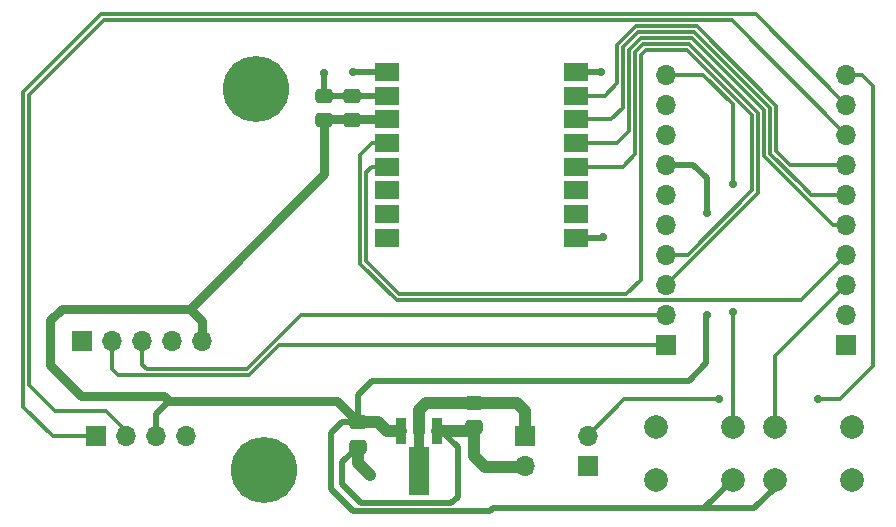
<source format=gbr>
%TF.GenerationSoftware,KiCad,Pcbnew,7.0.7*%
%TF.CreationDate,2023-09-24T09:01:41+02:00*%
%TF.ProjectId,transmitter_v0.1,7472616e-736d-4697-9474-65725f76302e,rev?*%
%TF.SameCoordinates,Original*%
%TF.FileFunction,Copper,L1,Top*%
%TF.FilePolarity,Positive*%
%FSLAX46Y46*%
G04 Gerber Fmt 4.6, Leading zero omitted, Abs format (unit mm)*
G04 Created by KiCad (PCBNEW 7.0.7) date 2023-09-24 09:01:41*
%MOMM*%
%LPD*%
G01*
G04 APERTURE LIST*
G04 Aperture macros list*
%AMRoundRect*
0 Rectangle with rounded corners*
0 $1 Rounding radius*
0 $2 $3 $4 $5 $6 $7 $8 $9 X,Y pos of 4 corners*
0 Add a 4 corners polygon primitive as box body*
4,1,4,$2,$3,$4,$5,$6,$7,$8,$9,$2,$3,0*
0 Add four circle primitives for the rounded corners*
1,1,$1+$1,$2,$3*
1,1,$1+$1,$4,$5*
1,1,$1+$1,$6,$7*
1,1,$1+$1,$8,$9*
0 Add four rect primitives between the rounded corners*
20,1,$1+$1,$2,$3,$4,$5,0*
20,1,$1+$1,$4,$5,$6,$7,0*
20,1,$1+$1,$6,$7,$8,$9,0*
20,1,$1+$1,$8,$9,$2,$3,0*%
%AMFreePoly0*
4,1,9,5.362500,-0.866500,1.237500,-0.866500,1.237500,-0.450000,-1.237500,-0.450000,-1.237500,0.450000,1.237500,0.450000,1.237500,0.866500,5.362500,0.866500,5.362500,-0.866500,5.362500,-0.866500,$1*%
G04 Aperture macros list end*
%TA.AperFunction,ComponentPad*%
%ADD10C,3.600000*%
%TD*%
%TA.AperFunction,ConnectorPad*%
%ADD11C,5.600000*%
%TD*%
%TA.AperFunction,SMDPad,CuDef*%
%ADD12RoundRect,0.250000X0.475000X-0.337500X0.475000X0.337500X-0.475000X0.337500X-0.475000X-0.337500X0*%
%TD*%
%TA.AperFunction,SMDPad,CuDef*%
%ADD13RoundRect,0.250000X-0.475000X0.337500X-0.475000X-0.337500X0.475000X-0.337500X0.475000X0.337500X0*%
%TD*%
%TA.AperFunction,ComponentPad*%
%ADD14C,2.000000*%
%TD*%
%TA.AperFunction,ComponentPad*%
%ADD15R,1.700000X1.700000*%
%TD*%
%TA.AperFunction,ComponentPad*%
%ADD16O,1.700000X1.700000*%
%TD*%
%TA.AperFunction,SMDPad,CuDef*%
%ADD17R,0.900000X2.300000*%
%TD*%
%TA.AperFunction,SMDPad,CuDef*%
%ADD18FreePoly0,270.000000*%
%TD*%
%TA.AperFunction,SMDPad,CuDef*%
%ADD19R,2.000000X1.500000*%
%TD*%
%TA.AperFunction,ViaPad*%
%ADD20C,0.800000*%
%TD*%
%TA.AperFunction,ViaPad*%
%ADD21C,0.700000*%
%TD*%
%TA.AperFunction,Conductor*%
%ADD22C,0.500000*%
%TD*%
%TA.AperFunction,Conductor*%
%ADD23C,1.000000*%
%TD*%
%TA.AperFunction,Conductor*%
%ADD24C,0.800000*%
%TD*%
%TA.AperFunction,Conductor*%
%ADD25C,0.300000*%
%TD*%
G04 APERTURE END LIST*
D10*
%TO.P,H2,1*%
%TO.N,N/C*%
X119000000Y-145000000D03*
D11*
X119000000Y-145000000D03*
%TD*%
D12*
%TO.P,C4,1*%
%TO.N,+3.3V*%
X126450000Y-115409800D03*
%TO.P,C4,2*%
%TO.N,GND*%
X126450000Y-113334800D03*
%TD*%
D13*
%TO.P,C1,1*%
%TO.N,+BATT*%
X136753600Y-139344400D03*
%TO.P,C1,2*%
%TO.N,GND*%
X136753600Y-141419400D03*
%TD*%
D14*
%TO.P,SW2,1,A*%
%TO.N,/BTN2*%
X162250000Y-141350000D03*
X168750000Y-141350000D03*
%TO.P,SW2,2,B*%
%TO.N,+3.3V*%
X162250000Y-145850000D03*
X168750000Y-145850000D03*
%TD*%
D15*
%TO.P,J1,1,Pin_1*%
%TO.N,GND*%
X168300000Y-134420000D03*
D16*
%TO.P,J1,2,Pin_2*%
%TO.N,unconnected-(J1-Pin_2-Pad2)*%
X168300000Y-131880000D03*
%TO.P,J1,3,Pin_3*%
%TO.N,/BTN2*%
X168300000Y-129340000D03*
%TO.P,J1,4,Pin_4*%
%TO.N,/RST*%
X168300000Y-126800000D03*
%TO.P,J1,5,Pin_5*%
%TO.N,/SPI_MISO*%
X168300000Y-124260000D03*
%TO.P,J1,6,Pin_6*%
%TO.N,/SPI_MOSI*%
X168300000Y-121720000D03*
%TO.P,J1,7,Pin_7*%
%TO.N,/NSS*%
X168300000Y-119180000D03*
%TO.P,J1,8,Pin_8*%
%TO.N,/I2C2_SCL*%
X168300000Y-116640000D03*
%TO.P,J1,9,Pin_9*%
%TO.N,/I2C2_SDA*%
X168300000Y-114100000D03*
%TO.P,J1,10,Pin_10*%
%TO.N,/USART1_TX_DEBUG*%
X168300000Y-111560000D03*
%TD*%
D10*
%TO.P,H1,1*%
%TO.N,N/C*%
X118300000Y-112750000D03*
D11*
X118300000Y-112750000D03*
%TD*%
D15*
%TO.P,J3,1,Pin_1*%
%TO.N,unconnected-(J3-Pin_1-Pad1)*%
X103568000Y-134136800D03*
D16*
%TO.P,J3,2,Pin_2*%
%TO.N,/USART2_RX*%
X106108000Y-134136800D03*
%TO.P,J3,3,Pin_3*%
%TO.N,/USART2_TX*%
X108648000Y-134136800D03*
%TO.P,J3,4,Pin_4*%
%TO.N,GND*%
X111188000Y-134136800D03*
%TO.P,J3,5,Pin_5*%
%TO.N,+3.3V*%
X113728000Y-134136800D03*
%TD*%
D12*
%TO.P,C3,1*%
%TO.N,+3.3V*%
X124100000Y-115422300D03*
%TO.P,C3,2*%
%TO.N,GND*%
X124100000Y-113347300D03*
%TD*%
D14*
%TO.P,SW1,1,A*%
%TO.N,/BTN1*%
X152200000Y-141350000D03*
X158700000Y-141350000D03*
%TO.P,SW1,2,B*%
%TO.N,+3.3V*%
X152200000Y-145850000D03*
X158700000Y-145850000D03*
%TD*%
D13*
%TO.P,C2,1*%
%TO.N,+3.3V*%
X126965000Y-141002500D03*
%TO.P,C2,2*%
%TO.N,GND*%
X126965000Y-143077500D03*
%TD*%
D15*
%TO.P,J6,1,Pin_1*%
%TO.N,+BATT*%
X141122400Y-142184200D03*
D16*
%TO.P,J6,2,Pin_2*%
%TO.N,GND*%
X141122400Y-144724200D03*
%TD*%
D15*
%TO.P,J4,1,Pin_1*%
%TO.N,/I2C2_SDA*%
X104760000Y-142150000D03*
D16*
%TO.P,J4,2,Pin_2*%
%TO.N,/I2C2_SCL*%
X107300000Y-142150000D03*
%TO.P,J4,3,Pin_3*%
%TO.N,+3.3V*%
X109840000Y-142150000D03*
%TO.P,J4,4,Pin_4*%
%TO.N,GND*%
X112380000Y-142150000D03*
%TD*%
D15*
%TO.P,J2,1,Pin_1*%
%TO.N,/USART2_RX*%
X153060000Y-134420000D03*
D16*
%TO.P,J2,2,Pin_2*%
%TO.N,/USART2_TX*%
X153060000Y-131880000D03*
%TO.P,J2,3,Pin_3*%
%TO.N,/SPI1_SCL*%
X153060000Y-129340000D03*
%TO.P,J2,4,Pin_4*%
%TO.N,/DIO0*%
X153060000Y-126800000D03*
%TO.P,J2,5,Pin_5*%
%TO.N,unconnected-(J2-Pin_5-Pad5)*%
X153060000Y-124260000D03*
%TO.P,J2,6,Pin_6*%
%TO.N,GND*%
X153060000Y-121720000D03*
%TO.P,J2,7,Pin_7*%
%TO.N,+3.3V*%
X153060000Y-119180000D03*
%TO.P,J2,8,Pin_8*%
%TO.N,unconnected-(J2-Pin_8-Pad8)*%
X153060000Y-116640000D03*
%TO.P,J2,9,Pin_9*%
%TO.N,unconnected-(J2-Pin_9-Pad9)*%
X153060000Y-114100000D03*
%TO.P,J2,10,Pin_10*%
%TO.N,/BTN1*%
X153060000Y-111560000D03*
%TD*%
D15*
%TO.P,J5,1,Pin_1*%
%TO.N,GND*%
X146405600Y-144678400D03*
D16*
%TO.P,J5,2,Pin_2*%
%TO.N,/USART1_TX_DEBUG*%
X146405600Y-142138400D03*
%TD*%
D17*
%TO.P,U2,1,GND*%
%TO.N,GND*%
X133615000Y-141740000D03*
D18*
%TO.P,U2,2,VIN*%
%TO.N,+BATT*%
X132115000Y-141827500D03*
D17*
%TO.P,U2,3,VOUT*%
%TO.N,+3.3V*%
X130615000Y-141740000D03*
%TD*%
D19*
%TO.P,U1,1,GND*%
%TO.N,GND*%
X129450000Y-111350000D03*
%TO.P,U1,2,GND*%
X129450000Y-113350000D03*
%TO.P,U1,3,VDD*%
%TO.N,+3.3V*%
X129450000Y-115350000D03*
%TO.P,U1,4,~{RESET}*%
%TO.N,/RST*%
X129450000Y-117350000D03*
%TO.P,U1,5,DIO0*%
%TO.N,/DIO0*%
X129450000Y-119350000D03*
%TO.P,U1,6,DIO1*%
%TO.N,unconnected-(U1-DIO1-Pad6)*%
X129450000Y-121350000D03*
%TO.P,U1,7,DIO2*%
%TO.N,unconnected-(U1-DIO2-Pad7)*%
X129450000Y-123350000D03*
%TO.P,U1,8,DIO3*%
%TO.N,unconnected-(U1-DIO3-Pad8)*%
X129450000Y-125350000D03*
%TO.P,U1,9,GND*%
%TO.N,GND*%
X145450000Y-125350000D03*
%TO.P,U1,10,DIO4*%
%TO.N,unconnected-(U1-DIO4-Pad10)*%
X145450000Y-123350000D03*
%TO.P,U1,11,DIO5*%
%TO.N,unconnected-(U1-DIO5-Pad11)*%
X145450000Y-121350000D03*
%TO.P,U1,12,SCK*%
%TO.N,/SPI1_SCL*%
X145450000Y-119350000D03*
%TO.P,U1,13,MISO*%
%TO.N,/SPI_MISO*%
X145450000Y-117350000D03*
%TO.P,U1,14,MOSI*%
%TO.N,/SPI_MOSI*%
X145450000Y-115350000D03*
%TO.P,U1,15,~{NSS}*%
%TO.N,/NSS*%
X145450000Y-113350000D03*
%TO.P,U1,16,GND*%
%TO.N,GND*%
X145450000Y-111350000D03*
%TD*%
D20*
%TO.N,GND*%
X127965200Y-145440400D03*
D21*
X147726400Y-125323600D03*
X126492000Y-111353600D03*
X147523200Y-111353600D03*
X124102700Y-111455200D03*
%TO.N,+3.3V*%
X156464000Y-131876800D03*
X156514800Y-123291600D03*
%TO.N,/BTN1*%
X158700000Y-120850000D03*
X158700000Y-131650000D03*
%TO.N,/USART1_TX_DEBUG*%
X165862000Y-139039600D03*
X157530800Y-139039600D03*
%TD*%
D22*
%TO.N,GND*%
X134018400Y-141740000D02*
X133615000Y-141740000D01*
X135382000Y-147320000D02*
X135382000Y-143103600D01*
X135382000Y-143103600D02*
X134018400Y-141740000D01*
X134862800Y-147839200D02*
X135382000Y-147320000D01*
X127214400Y-147839200D02*
X134862800Y-147839200D01*
X125613200Y-146238000D02*
X127214400Y-147839200D01*
X125613200Y-144388800D02*
X125613200Y-146238000D01*
X126924500Y-143077500D02*
X125613200Y-144388800D01*
D23*
X126965000Y-143077500D02*
X126924500Y-143077500D01*
X126965000Y-144440200D02*
X127965200Y-145440400D01*
X126965000Y-143077500D02*
X126965000Y-144440200D01*
D22*
%TO.N,+3.3V*%
X138125200Y-148539200D02*
X138379200Y-148285200D01*
X126542800Y-148539200D02*
X138125200Y-148539200D01*
X138379200Y-148285200D02*
X155854400Y-148285200D01*
X124663200Y-146659600D02*
X126542800Y-148539200D01*
X124663200Y-141884400D02*
X124663200Y-146659600D01*
X125577600Y-140970000D02*
X124663200Y-141884400D01*
X126965000Y-141002500D02*
X126932500Y-140970000D01*
X126932500Y-140970000D02*
X125577600Y-140970000D01*
D23*
%TO.N,GND*%
X136753600Y-141419400D02*
X136753600Y-143814800D01*
D22*
X145450000Y-125350000D02*
X147700000Y-125350000D01*
X124102700Y-113350000D02*
X124100000Y-113347300D01*
X136433000Y-141740000D02*
X136753600Y-141419400D01*
X129450000Y-113350000D02*
X124102700Y-113350000D01*
X147519600Y-111350000D02*
X147523200Y-111353600D01*
X147700000Y-125350000D02*
X147726400Y-125323600D01*
X124102700Y-111455200D02*
X124102700Y-113350000D01*
D23*
X137718800Y-144780000D02*
X141066600Y-144780000D01*
D22*
X129450000Y-111350000D02*
X126495600Y-111350000D01*
D23*
X136753600Y-143814800D02*
X137718800Y-144780000D01*
X133615000Y-141740000D02*
X136433000Y-141740000D01*
D22*
X126495600Y-111350000D02*
X126492000Y-111353600D01*
X145450000Y-111350000D02*
X147519600Y-111350000D01*
X141066600Y-144780000D02*
X141122400Y-144724200D01*
%TO.N,+3.3V*%
X155349600Y-119180000D02*
X153060000Y-119180000D01*
D24*
X126965000Y-141002500D02*
X125154500Y-139192000D01*
D22*
X109840000Y-140299200D02*
X109840000Y-142150000D01*
D24*
X103530400Y-138785600D02*
X100888800Y-136144000D01*
D22*
X155854400Y-148285200D02*
X160477200Y-148285200D01*
D24*
X112725200Y-131368800D02*
X124100000Y-119994000D01*
X124100000Y-119994000D02*
X124100000Y-115687500D01*
D22*
X126965000Y-141002500D02*
X126949200Y-140986700D01*
X126949200Y-138684000D02*
X128168400Y-137464800D01*
D23*
X129446400Y-141740000D02*
X128676400Y-140970000D01*
D22*
X158696000Y-145850000D02*
X156260800Y-148285200D01*
X126965000Y-141002500D02*
X126965000Y-140890000D01*
X160477200Y-148285200D02*
X162250000Y-146512400D01*
X156514800Y-123291600D02*
X156514800Y-120345200D01*
X156260800Y-148285200D02*
X155854400Y-148285200D01*
X110947200Y-139192000D02*
X109840000Y-140299200D01*
X128676400Y-140970000D02*
X128643900Y-141002500D01*
D24*
X110540800Y-138785600D02*
X103530400Y-138785600D01*
X100888800Y-132334000D02*
X101854000Y-131368800D01*
X110947200Y-139192000D02*
X110540800Y-138785600D01*
D22*
X124100000Y-115687500D02*
X124437500Y-115350000D01*
X154940000Y-137464800D02*
X156413200Y-135991600D01*
X158700000Y-145850000D02*
X158696000Y-145850000D01*
X156413200Y-131927600D02*
X156464000Y-131876800D01*
D24*
X101854000Y-131368800D02*
X112725200Y-131368800D01*
D22*
X128168400Y-137464800D02*
X154940000Y-137464800D01*
D24*
X100888800Y-136144000D02*
X100888800Y-132334000D01*
X112725200Y-131368800D02*
X113728000Y-132371600D01*
D23*
X128643900Y-141002500D02*
X126965000Y-141002500D01*
D24*
X125154500Y-139192000D02*
X110947200Y-139192000D01*
D22*
X156413200Y-135991600D02*
X156413200Y-131927600D01*
D24*
X113728000Y-132371600D02*
X113728000Y-134136800D01*
D22*
X126949200Y-140986700D02*
X126949200Y-138684000D01*
D23*
X130615000Y-141740000D02*
X129446400Y-141740000D01*
D22*
X156514800Y-120345200D02*
X155349600Y-119180000D01*
D24*
X124437500Y-115350000D02*
X129450000Y-115350000D01*
D22*
X162250000Y-146512400D02*
X162250000Y-145850000D01*
D25*
%TO.N,/BTN1*%
X158700000Y-120850000D02*
X158700000Y-114057106D01*
X158700000Y-131650000D02*
X158700000Y-141350000D01*
X156202894Y-111560000D02*
X153060000Y-111560000D01*
X158700000Y-114057106D02*
X156202894Y-111560000D01*
%TO.N,/RST*%
X127150000Y-118350000D02*
X128150000Y-117350000D01*
X164450000Y-130650000D02*
X130242894Y-130650000D01*
X168300000Y-126800000D02*
X164450000Y-130650000D01*
X128150000Y-117350000D02*
X129450000Y-117350000D01*
X130242894Y-130650000D02*
X127150000Y-127557106D01*
X127150000Y-127557106D02*
X127150000Y-118350000D01*
%TO.N,/SPI_MISO*%
X155214212Y-108450000D02*
X150885787Y-108450000D01*
X161350000Y-114585788D02*
X155214212Y-108450000D01*
X149900000Y-109435786D02*
X149900000Y-116300000D01*
X145400000Y-117750000D02*
X145650000Y-117750000D01*
X168300000Y-124260000D02*
X167145788Y-124260000D01*
X161350000Y-118464212D02*
X161350000Y-114585788D01*
X149900000Y-116300000D02*
X148850000Y-117350000D01*
X167145788Y-124260000D02*
X161350000Y-118464212D01*
X148850000Y-117350000D02*
X145450000Y-117350000D01*
X150885787Y-108450000D02*
X149900000Y-109435786D01*
%TO.N,/SPI_MOSI*%
X161850000Y-114378681D02*
X155421319Y-107950000D01*
X149400000Y-109228680D02*
X149400000Y-114350000D01*
X148400000Y-115350000D02*
X145450000Y-115350000D01*
X149400000Y-114350000D02*
X148400000Y-115350000D01*
X150678680Y-107950000D02*
X149400000Y-109228680D01*
X145400000Y-115850000D02*
X145400000Y-115750000D01*
X165320000Y-121720000D02*
X164600000Y-121000000D01*
X161850000Y-118257106D02*
X161850000Y-114378681D01*
X155421319Y-107950000D02*
X150678680Y-107950000D01*
X145750000Y-115850000D02*
X145400000Y-115850000D01*
X164592894Y-121000000D02*
X161850000Y-118257106D01*
X168300000Y-121720000D02*
X165320000Y-121720000D01*
X164600000Y-121000000D02*
X164592894Y-121000000D01*
%TO.N,/NSS*%
X162350000Y-118050000D02*
X162350000Y-114171574D01*
X168300000Y-119180000D02*
X168280000Y-119200000D01*
X155628426Y-107450000D02*
X150471574Y-107450000D01*
X148900000Y-112300000D02*
X147850000Y-113350000D01*
X162350000Y-114171574D02*
X155628426Y-107450000D01*
X147850000Y-113350000D02*
X145450000Y-113350000D01*
X148900000Y-109021574D02*
X148900000Y-112300000D01*
X150471574Y-107450000D02*
X148900000Y-109021574D01*
X163500000Y-119200000D02*
X162350000Y-118050000D01*
X168280000Y-119200000D02*
X163500000Y-119200000D01*
%TO.N,/I2C2_SCL*%
X105407106Y-106950000D02*
X99100000Y-113257106D01*
X99100000Y-137850000D02*
X101300000Y-140050000D01*
X105650000Y-140050000D02*
X107300000Y-141700000D01*
X101300000Y-140050000D02*
X105650000Y-140050000D01*
X158610000Y-106950000D02*
X105407106Y-106950000D01*
X99100000Y-113257106D02*
X99100000Y-137850000D01*
X107300000Y-141700000D02*
X107300000Y-142150000D01*
X168300000Y-116640000D02*
X158610000Y-106950000D01*
%TO.N,/I2C2_SDA*%
X168300000Y-114100000D02*
X160650000Y-106450000D01*
X101100000Y-142150000D02*
X104760000Y-142150000D01*
X98600000Y-113050000D02*
X98600000Y-139650000D01*
X98600000Y-139650000D02*
X101100000Y-142150000D01*
X160650000Y-106450000D02*
X105200000Y-106450000D01*
X105200000Y-106450000D02*
X98600000Y-113050000D01*
%TO.N,/USART1_TX_DEBUG*%
X149504400Y-139039600D02*
X146405600Y-142138400D01*
X170550000Y-136250000D02*
X170550000Y-112500000D01*
X165862000Y-139039600D02*
X167760400Y-139039600D01*
X169610000Y-111560000D02*
X168300000Y-111560000D01*
X167760400Y-139039600D02*
X170550000Y-136250000D01*
X170550000Y-112500000D02*
X169610000Y-111560000D01*
X157530800Y-139039600D02*
X149504400Y-139039600D01*
%TO.N,/USART2_RX*%
X120282400Y-134467600D02*
X117750400Y-136999600D01*
X106599600Y-136999600D02*
X106108000Y-136508000D01*
X153012400Y-134467600D02*
X120282400Y-134467600D01*
X106108000Y-136508000D02*
X106108000Y-134136800D01*
X153060000Y-134420000D02*
X153012400Y-134467600D01*
X117750400Y-136999600D02*
X106599600Y-136999600D01*
%TO.N,/USART2_TX*%
X108648000Y-136098000D02*
X108648000Y-134136800D01*
X117543294Y-136499600D02*
X109049600Y-136499600D01*
X109049600Y-136499600D02*
X108648000Y-136098000D01*
X153060000Y-131880000D02*
X122162894Y-131880000D01*
X122162894Y-131880000D02*
X117543294Y-136499600D01*
%TO.N,/SPI1_SCL*%
X160850000Y-114792894D02*
X155007106Y-108950000D01*
X151092894Y-108950000D02*
X150400000Y-109642893D01*
X145400000Y-119750000D02*
X145650000Y-119750000D01*
X150400000Y-118300000D02*
X149350000Y-119350000D01*
X149350000Y-119350000D02*
X145450000Y-119350000D01*
X153060000Y-129340000D02*
X160850000Y-121550000D01*
X153060000Y-129160000D02*
X153060000Y-129340000D01*
X160850000Y-121550000D02*
X160850000Y-114792894D01*
X150400000Y-109642893D02*
X150400000Y-118300000D01*
X155007106Y-108950000D02*
X151092894Y-108950000D01*
%TO.N,/DIO0*%
X160350000Y-115000000D02*
X154800000Y-109450000D01*
X160350000Y-121342894D02*
X160350000Y-115000000D01*
X150900000Y-109850000D02*
X150900000Y-128900000D01*
X150900000Y-128900000D02*
X149650000Y-130150000D01*
X149650000Y-130150000D02*
X130450000Y-130150000D01*
X127650000Y-119800000D02*
X128100000Y-119350000D01*
X154800000Y-109450000D02*
X151300000Y-109450000D01*
X130450000Y-130150000D02*
X127650000Y-127350000D01*
X153060000Y-126800000D02*
X154892894Y-126800000D01*
X129150000Y-119750000D02*
X129400000Y-119750000D01*
X127650000Y-127350000D02*
X127650000Y-119800000D01*
X151300000Y-109450000D02*
X150900000Y-109850000D01*
X128100000Y-119350000D02*
X129450000Y-119350000D01*
X154892894Y-126800000D02*
X160350000Y-121342894D01*
%TO.N,/BTN2*%
X168300000Y-129340000D02*
X168300000Y-129450000D01*
X168300000Y-129340000D02*
X162250000Y-135390000D01*
X162250000Y-135390000D02*
X162250000Y-141350000D01*
%TO.N,unconnected-(U1-DIO5-Pad11)*%
X145400000Y-121750000D02*
X145650000Y-121750000D01*
D23*
%TO.N,+BATT*%
X132115000Y-141827500D02*
X132115000Y-139919000D01*
X132689600Y-139344400D02*
X136753600Y-139344400D01*
X132115000Y-139919000D02*
X132689600Y-139344400D01*
X141122400Y-140055600D02*
X141122400Y-142184200D01*
X140411200Y-139344400D02*
X141122400Y-140055600D01*
X136753600Y-139344400D02*
X140411200Y-139344400D01*
%TD*%
M02*

</source>
